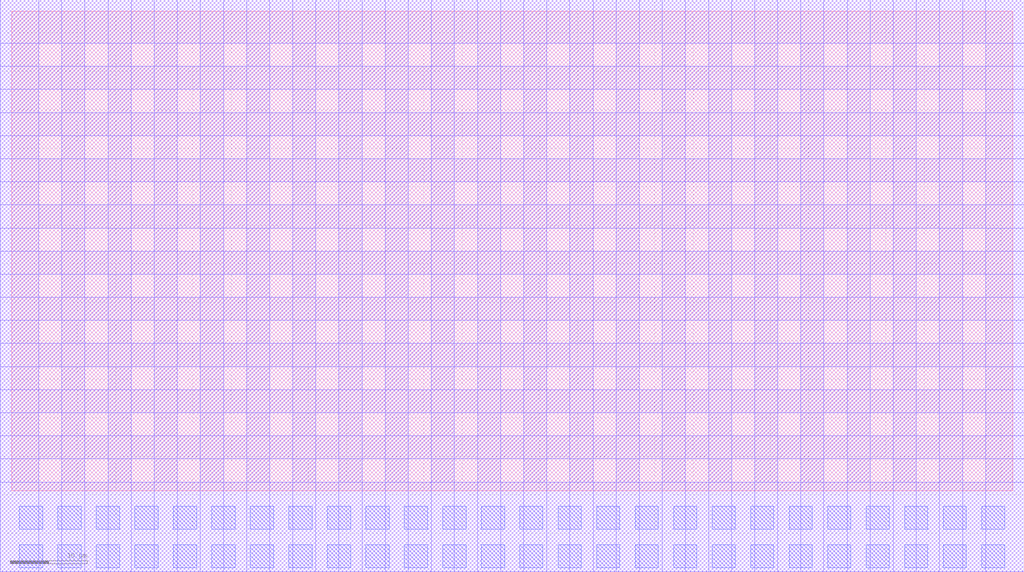
<source format=lef>
VERSION 5.6 ;
BUSBITCHARS "[]" ;
DIVIDERCHAR "/" ;

MACRO L28_BOAC_op1_55_6um_stagger_133X74D3
  CLASS COVER ;
  ORIGIN -1.5 -10.5 ;
  FOREIGN L28_BOAC_op1_55_6um_stagger_133X74D3 1.5 10.5 ;
  SIZE 130 BY 62.3 ;
  SYMMETRY X Y ;
  
  OBS
    LAYER ME8 ;
      RECT 0 68.65 133 74.3 ;
      RECT 128 0 133 74.3 ;
      RECT 122 0 125 74.3 ;
      RECT 116 0 119 74.3 ;
      RECT 110 0 113 74.3 ;
      RECT 104 0 107 74.3 ;
      RECT 98 0 101 74.3 ;
      RECT 92 0 95 74.3 ;
      RECT 86 0 89 74.3 ;
      RECT 80 0 83 74.3 ;
      RECT 74 0 77 74.3 ;
      RECT 68 0 71 74.3 ;
      RECT 62 0 65 74.3 ;
      RECT 56 0 59 74.3 ;
      RECT 50 0 53 74.3 ;
      RECT 44 0 47 74.3 ;
      RECT 38 0 41 74.3 ;
      RECT 32 0 35 74.3 ;
      RECT 26 0 29 74.3 ;
      RECT 20 0 23 74.3 ;
      RECT 14 0 17 74.3 ;
      RECT 8 0 11 74.3 ;
      RECT 0 0 5 74.3 ;
      RECT 0 62.65 133 65.65 ;
      RECT 0 56.65 133 59.65 ;
      RECT 0 50.65 133 53.65 ;
      RECT 0 44.65 133 47.65 ;
      RECT 0 38.65 133 41.65 ;
      RECT 0 32.65 133 35.65 ;
      RECT 0 26.65 133 29.65 ;
      RECT 0 20.65 133 23.65 ;
      RECT 0 14.65 133 17.65 ;
      RECT 0 0 133 11.65 ;
    LAYER TMV_RDL ;
      RECT 127.5 0.5 130.5 3.5 ;
      RECT 127.5 5.5 130.5 8.5 ;
      RECT 122.5 0.5 125.5 3.5 ;
      RECT 122.5 5.5 125.5 8.5 ;
      RECT 117.5 0.5 120.5 3.5 ;
      RECT 117.5 5.5 120.5 8.5 ;
      RECT 112.5 0.5 115.5 3.5 ;
      RECT 112.5 5.5 115.5 8.5 ;
      RECT 107.5 0.5 110.5 3.5 ;
      RECT 107.5 5.5 110.5 8.5 ;
      RECT 102.5 0.5 105.5 3.5 ;
      RECT 102.5 5.5 105.5 8.5 ;
      RECT 97.5 0.5 100.5 3.5 ;
      RECT 97.5 5.5 100.5 8.5 ;
      RECT 92.5 0.5 95.5 3.5 ;
      RECT 92.5 5.5 95.5 8.5 ;
      RECT 87.5 0.5 90.5 3.5 ;
      RECT 87.5 5.5 90.5 8.5 ;
      RECT 82.5 0.5 85.5 3.5 ;
      RECT 82.5 5.5 85.5 8.5 ;
      RECT 77.5 0.5 80.5 3.5 ;
      RECT 77.5 5.5 80.5 8.5 ;
      RECT 72.5 0.5 75.5 3.5 ;
      RECT 72.5 5.5 75.5 8.5 ;
      RECT 67.5 0.5 70.5 3.5 ;
      RECT 67.5 5.5 70.5 8.5 ;
      RECT 62.5 0.5 65.5 3.5 ;
      RECT 62.5 5.5 65.5 8.5 ;
      RECT 57.5 0.5 60.5 3.5 ;
      RECT 57.5 5.5 60.5 8.5 ;
      RECT 52.5 0.5 55.5 3.5 ;
      RECT 52.5 5.5 55.5 8.5 ;
      RECT 47.5 0.5 50.5 3.5 ;
      RECT 47.5 5.5 50.5 8.5 ;
      RECT 42.5 0.5 45.5 3.5 ;
      RECT 42.5 5.5 45.5 8.5 ;
      RECT 37.5 0.5 40.5 3.5 ;
      RECT 37.5 5.5 40.5 8.5 ;
      RECT 32.5 0.5 35.5 3.5 ;
      RECT 32.5 5.5 35.5 8.5 ;
      RECT 27.5 0.5 30.5 3.5 ;
      RECT 27.5 5.5 30.5 8.5 ;
      RECT 22.5 0.5 25.5 3.5 ;
      RECT 22.5 5.5 25.5 8.5 ;
      RECT 17.5 0.5 20.5 3.5 ;
      RECT 17.5 5.5 20.5 8.5 ;
      RECT 12.5 0.5 15.5 3.5 ;
      RECT 12.5 5.5 15.5 8.5 ;
      RECT 7.5 0.5 10.5 3.5 ;
      RECT 7.5 5.5 10.5 8.5 ;
      RECT 2.5 0.5 5.5 3.5 ;
      RECT 2.5 5.5 5.5 8.5 ;
    LAYER AL_RDL ;
      RECT 0 0 133 74.3 ;
#    LAYER PASV_RDL ;
#      RECT 1.5 10.5 131.5 72.8 ;
#    LAYER PADMARK ;
#      RECT 0 0 133 74.3 ;
  END
END L28_BOAC_op1_55_6um_stagger_133X74D3

END LIBRARY

</source>
